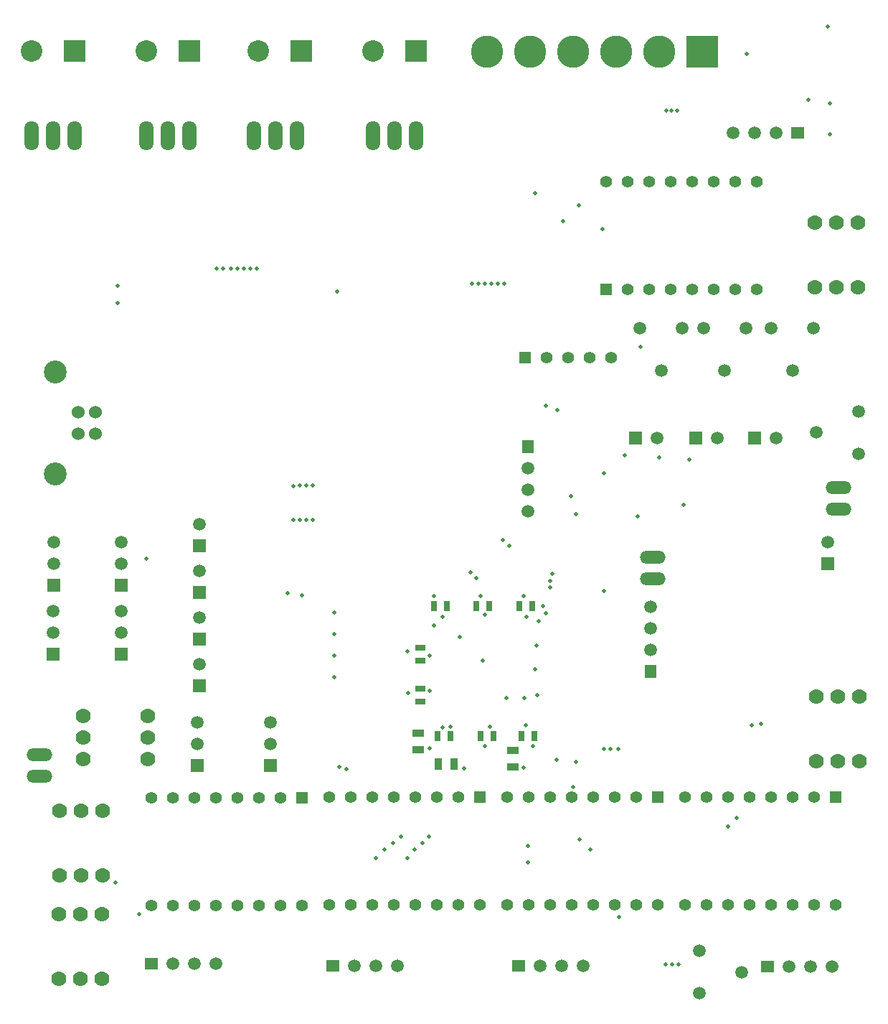
<source format=gbs>
%FSLAX34Y34*%
G04 Gerber Fmt 3.4, Leading zero omitted, Abs format*
G04 (created by PCBNEW (2014-05-13 BZR 4864)-product) date Mi 14 Mai 2014 11:17:40 CEST*
%MOIN*%
G01*
G70*
G90*
G04 APERTURE LIST*
%ADD10C,0.003937*%
%ADD11R,0.055000X0.055000*%
%ADD12C,0.055000*%
%ADD13R,0.025000X0.045000*%
%ADD14R,0.045000X0.025000*%
%ADD15C,0.060000*%
%ADD16C,0.106300*%
%ADD17O,0.118700X0.059300*%
%ADD18R,0.100000X0.100000*%
%ADD19C,0.100000*%
%ADD20O,0.066900X0.137800*%
%ADD21R,0.055000X0.035000*%
%ADD22R,0.035000X0.055000*%
%ADD23C,0.059055*%
%ADD24C,0.070000*%
%ADD25R,0.059055X0.059055*%
%ADD26R,0.055000X0.059055*%
%ADD27R,0.059055X0.055000*%
%ADD28C,0.150000*%
%ADD29R,0.150000X0.150000*%
%ADD30C,0.020000*%
G04 APERTURE END LIST*
G54D10*
G54D11*
X43809Y-25222D03*
G54D12*
X44809Y-25222D03*
X45809Y-25222D03*
X46809Y-25222D03*
X47809Y-25222D03*
G54D13*
X43629Y-42787D03*
X44229Y-42787D03*
X40179Y-36737D03*
X39579Y-36737D03*
G54D14*
X38929Y-40587D03*
X38929Y-41187D03*
X38929Y-38687D03*
X38929Y-39287D03*
G54D13*
X44129Y-36737D03*
X43529Y-36737D03*
G54D15*
X23829Y-28737D03*
X23829Y-27737D03*
X23042Y-27737D03*
X23042Y-28737D03*
G54D16*
X21979Y-30599D03*
X21979Y-25875D03*
G54D17*
X21229Y-44637D03*
X21229Y-43637D03*
X58350Y-32250D03*
X58350Y-31250D03*
X49725Y-35475D03*
X49725Y-34475D03*
G54D18*
X33400Y-10973D03*
G54D19*
X31400Y-10973D03*
G54D18*
X22880Y-10973D03*
G54D19*
X20880Y-10973D03*
G54D18*
X38715Y-10973D03*
G54D19*
X36715Y-10973D03*
G54D18*
X28195Y-10973D03*
G54D19*
X26195Y-10973D03*
G54D20*
X32203Y-14910D03*
X33203Y-14910D03*
X31203Y-14910D03*
X21880Y-14910D03*
X22880Y-14910D03*
X20880Y-14910D03*
X27195Y-14910D03*
X28195Y-14910D03*
X26195Y-14910D03*
X37715Y-14910D03*
X38715Y-14910D03*
X36715Y-14910D03*
G54D21*
X43229Y-44212D03*
X43229Y-43462D03*
X38829Y-43412D03*
X38829Y-42662D03*
G54D22*
X40504Y-44087D03*
X39754Y-44087D03*
G54D23*
X53863Y-53737D03*
X51895Y-54721D03*
X51895Y-52752D03*
X56229Y-25821D03*
X55245Y-23852D03*
X57213Y-23852D03*
X50129Y-25821D03*
X49145Y-23852D03*
X51113Y-23852D03*
X53079Y-25821D03*
X52095Y-23852D03*
X54063Y-23852D03*
X57345Y-28687D03*
X59313Y-27702D03*
X59313Y-29671D03*
G54D12*
X40688Y-50629D03*
X34688Y-45629D03*
X35688Y-45629D03*
X36688Y-45629D03*
X37688Y-45629D03*
X38688Y-45629D03*
X39688Y-45629D03*
X40688Y-45629D03*
G54D11*
X41688Y-45629D03*
G54D12*
X41688Y-50629D03*
X39688Y-50629D03*
X38688Y-50629D03*
X37688Y-50629D03*
X36688Y-50629D03*
X35688Y-50629D03*
X34688Y-50629D03*
X57224Y-50629D03*
X51224Y-45629D03*
X52224Y-45629D03*
X53224Y-45629D03*
X54224Y-45629D03*
X55224Y-45629D03*
X56224Y-45629D03*
X57224Y-45629D03*
G54D11*
X58224Y-45629D03*
G54D12*
X58224Y-50629D03*
X56224Y-50629D03*
X55224Y-50629D03*
X54224Y-50629D03*
X53224Y-50629D03*
X52224Y-50629D03*
X51224Y-50629D03*
X32429Y-50637D03*
X26429Y-45637D03*
X27429Y-45637D03*
X28429Y-45637D03*
X29429Y-45637D03*
X30429Y-45637D03*
X31429Y-45637D03*
X32429Y-45637D03*
G54D11*
X33429Y-45637D03*
G54D12*
X33429Y-50637D03*
X31429Y-50637D03*
X30429Y-50637D03*
X29429Y-50637D03*
X28429Y-50637D03*
X27429Y-50637D03*
X26429Y-50637D03*
X48579Y-17037D03*
X54579Y-22037D03*
X53579Y-22037D03*
X52579Y-22037D03*
X51579Y-22037D03*
X50579Y-22037D03*
X49579Y-22037D03*
X48579Y-22037D03*
G54D11*
X47579Y-22037D03*
G54D12*
X47579Y-17037D03*
X49579Y-17037D03*
X50579Y-17037D03*
X51579Y-17037D03*
X52579Y-17037D03*
X53579Y-17037D03*
X54579Y-17037D03*
X48956Y-50629D03*
X42956Y-45629D03*
X43956Y-45629D03*
X44956Y-45629D03*
X45956Y-45629D03*
X46956Y-45629D03*
X47956Y-45629D03*
X48956Y-45629D03*
G54D11*
X49956Y-45629D03*
G54D12*
X49956Y-50629D03*
X47956Y-50629D03*
X46956Y-50629D03*
X45956Y-50629D03*
X44956Y-50629D03*
X43956Y-50629D03*
X42956Y-50629D03*
G54D13*
X41729Y-42787D03*
X42329Y-42787D03*
X39729Y-42787D03*
X40329Y-42787D03*
G54D24*
X24129Y-51037D03*
X23129Y-51037D03*
X22129Y-51037D03*
X22129Y-54037D03*
X23129Y-54037D03*
X24129Y-54037D03*
X59329Y-40937D03*
X58329Y-40937D03*
X57329Y-40937D03*
X57329Y-43937D03*
X58329Y-43937D03*
X59329Y-43937D03*
X23279Y-41837D03*
X23279Y-42837D03*
X23279Y-43837D03*
X26279Y-43837D03*
X26279Y-42837D03*
X26279Y-41837D03*
X57279Y-21937D03*
X58279Y-21937D03*
X59279Y-21937D03*
X59279Y-18937D03*
X58279Y-18937D03*
X57279Y-18937D03*
X24179Y-46237D03*
X23179Y-46237D03*
X22179Y-46237D03*
X22179Y-49237D03*
X23179Y-49237D03*
X24179Y-49237D03*
G54D25*
X25029Y-35787D03*
G54D23*
X25029Y-34787D03*
X25029Y-33787D03*
G54D25*
X21883Y-35787D03*
G54D23*
X21883Y-34787D03*
X21883Y-33787D03*
G54D25*
X25029Y-38987D03*
G54D23*
X25029Y-37987D03*
X25029Y-36987D03*
G54D25*
X21879Y-38987D03*
G54D23*
X21879Y-37987D03*
X21879Y-36987D03*
G54D25*
X28579Y-44137D03*
G54D23*
X28579Y-43137D03*
X28579Y-42137D03*
G54D25*
X31979Y-44137D03*
G54D23*
X31979Y-43137D03*
X31979Y-42137D03*
G54D26*
X49629Y-39787D03*
G54D23*
X49629Y-38787D03*
X49629Y-37787D03*
X49629Y-36787D03*
G54D26*
X43920Y-29348D03*
G54D23*
X43920Y-30348D03*
X43920Y-31348D03*
X43920Y-32348D03*
G54D25*
X28662Y-40460D03*
G54D23*
X28662Y-39460D03*
G54D25*
X28662Y-38295D03*
G54D23*
X28662Y-37295D03*
G54D25*
X28662Y-36129D03*
G54D23*
X28662Y-35129D03*
G54D25*
X28662Y-33964D03*
G54D23*
X28662Y-32964D03*
G54D27*
X34850Y-53444D03*
G54D23*
X35850Y-53444D03*
X36850Y-53444D03*
X37850Y-53444D03*
G54D27*
X55079Y-53487D03*
G54D23*
X56079Y-53487D03*
X57079Y-53487D03*
X58079Y-53487D03*
G54D27*
X26435Y-53346D03*
G54D23*
X27435Y-53346D03*
X28435Y-53346D03*
X29435Y-53346D03*
G54D27*
X56479Y-14787D03*
G54D23*
X55479Y-14787D03*
X54479Y-14787D03*
X53479Y-14787D03*
G54D27*
X43511Y-53444D03*
G54D23*
X44511Y-53444D03*
X45511Y-53444D03*
X46511Y-53444D03*
G54D28*
X50047Y-11023D03*
X48047Y-11023D03*
G54D29*
X52047Y-11023D03*
G54D28*
X46047Y-11023D03*
X44047Y-11023D03*
X42047Y-11023D03*
G54D25*
X54479Y-28937D03*
G54D23*
X55479Y-28937D03*
G54D25*
X51729Y-28937D03*
G54D23*
X52729Y-28937D03*
G54D25*
X48929Y-28937D03*
G54D23*
X49929Y-28937D03*
G54D25*
X57879Y-34787D03*
G54D23*
X57879Y-33787D03*
G54D13*
X42129Y-36737D03*
X41529Y-36737D03*
G54D30*
X35500Y-44300D03*
X35150Y-44200D03*
X50850Y-13750D03*
X50600Y-13750D03*
X50350Y-13750D03*
X33429Y-36237D03*
X32779Y-36137D03*
X31329Y-21087D03*
X31029Y-21087D03*
X30729Y-21087D03*
X30429Y-21087D03*
X30129Y-21087D03*
X29779Y-21087D03*
X29479Y-21087D03*
X54775Y-42225D03*
X54325Y-42275D03*
X50325Y-53375D03*
X50625Y-53375D03*
X50925Y-53375D03*
X48125Y-43387D03*
X47475Y-43387D03*
X47775Y-43387D03*
X44279Y-39687D03*
X42925Y-41025D03*
X41829Y-39287D03*
X24875Y-22675D03*
X24879Y-21887D03*
X41929Y-37137D03*
X43879Y-37237D03*
X39979Y-37237D03*
X38329Y-38837D03*
X39379Y-40687D03*
X39979Y-42387D03*
X44279Y-17587D03*
X45579Y-18887D03*
X35079Y-22137D03*
X40779Y-38187D03*
X46179Y-32487D03*
X49029Y-32587D03*
X51179Y-32037D03*
X47479Y-36037D03*
X48179Y-51187D03*
X34929Y-37037D03*
X34929Y-38037D03*
X34929Y-39037D03*
X34929Y-40037D03*
X26200Y-34550D03*
X41929Y-43237D03*
X43829Y-42287D03*
X43775Y-41025D03*
X42825Y-21775D03*
X42525Y-21775D03*
X42225Y-21775D03*
X41925Y-21775D03*
X41625Y-21775D03*
X41325Y-21775D03*
X44329Y-38587D03*
X54100Y-11100D03*
X40329Y-42337D03*
X24779Y-49587D03*
X41729Y-36287D03*
X43729Y-36287D03*
X39579Y-36287D03*
X39379Y-39037D03*
X42179Y-42337D03*
X44179Y-43237D03*
X38379Y-40787D03*
X44379Y-40887D03*
X47479Y-30587D03*
X48429Y-29737D03*
X50029Y-29837D03*
X51429Y-29937D03*
X45929Y-31637D03*
X45279Y-43887D03*
X53629Y-46587D03*
X53229Y-46987D03*
X39579Y-37637D03*
X43929Y-47887D03*
X43929Y-48637D03*
X57850Y-9850D03*
X56950Y-13250D03*
X25879Y-51037D03*
X49150Y-24700D03*
X47400Y-19250D03*
X46300Y-18150D03*
X43729Y-44237D03*
X39379Y-43337D03*
X40979Y-44287D03*
X46179Y-43987D03*
X46029Y-45137D03*
X46329Y-47587D03*
X46829Y-48037D03*
X41529Y-35437D03*
X43079Y-33937D03*
X41279Y-35187D03*
X42779Y-33687D03*
X45300Y-27650D03*
X44750Y-27450D03*
X33929Y-32737D03*
X33929Y-31137D03*
X33629Y-32737D03*
X33629Y-31137D03*
X33329Y-31137D03*
X33329Y-32737D03*
X33029Y-32737D03*
X33029Y-31187D03*
X38029Y-47437D03*
X39329Y-47437D03*
X44979Y-35887D03*
X44629Y-36737D03*
X44979Y-35587D03*
X44429Y-37437D03*
X45079Y-35237D03*
X44779Y-37087D03*
X39029Y-47737D03*
X37679Y-47737D03*
X37279Y-48037D03*
X38679Y-48037D03*
X36879Y-48437D03*
X38329Y-48437D03*
X57950Y-14850D03*
X57950Y-13400D03*
M02*

</source>
